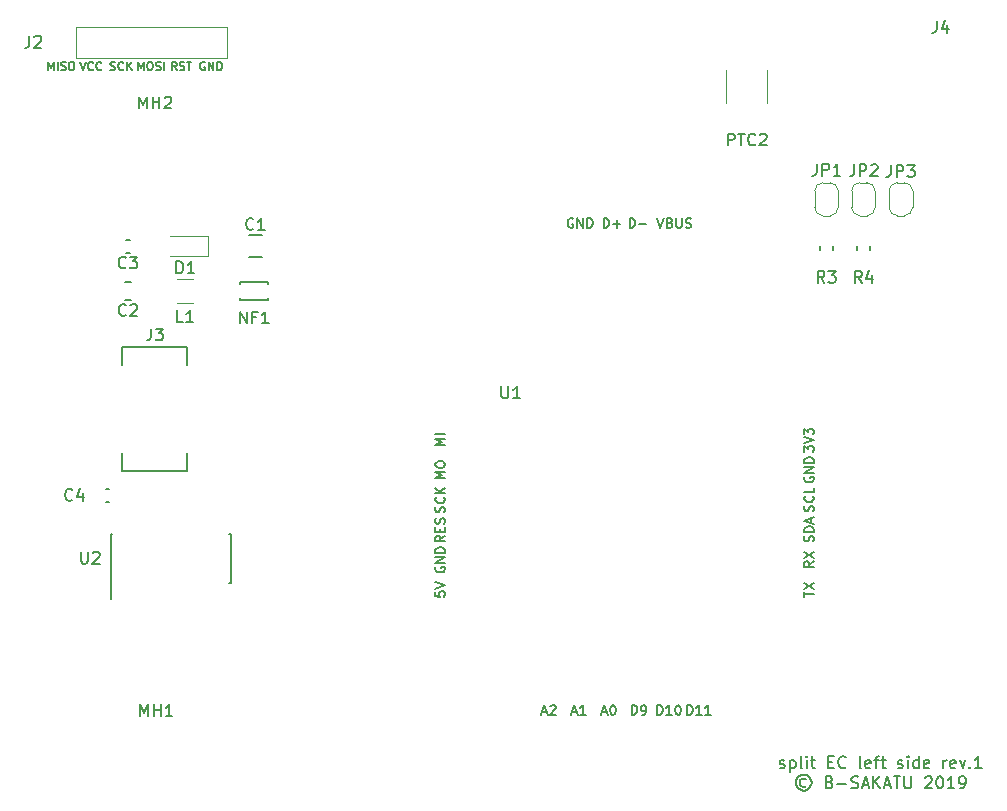
<source format=gto>
G04 #@! TF.GenerationSoftware,KiCad,Pcbnew,(5.1.0-0)*
G04 #@! TF.CreationDate,2019-05-12T16:12:14+09:00*
G04 #@! TF.ProjectId,split_EC_left,73706c69-745f-4454-935f-6c6566742e6b,rev?*
G04 #@! TF.SameCoordinates,Original*
G04 #@! TF.FileFunction,Legend,Top*
G04 #@! TF.FilePolarity,Positive*
%FSLAX46Y46*%
G04 Gerber Fmt 4.6, Leading zero omitted, Abs format (unit mm)*
G04 Created by KiCad (PCBNEW (5.1.0-0)) date 2019-05-12 16:12:14*
%MOMM*%
%LPD*%
G04 APERTURE LIST*
%ADD10C,0.200000*%
%ADD11C,0.150000*%
%ADD12C,0.120000*%
G04 APERTURE END LIST*
D10*
X135952380Y-105379761D02*
X136047619Y-105427380D01*
X136238095Y-105427380D01*
X136333333Y-105379761D01*
X136380952Y-105284523D01*
X136380952Y-105236904D01*
X136333333Y-105141666D01*
X136238095Y-105094047D01*
X136095238Y-105094047D01*
X136000000Y-105046428D01*
X135952380Y-104951190D01*
X135952380Y-104903571D01*
X136000000Y-104808333D01*
X136095238Y-104760714D01*
X136238095Y-104760714D01*
X136333333Y-104808333D01*
X136809523Y-104760714D02*
X136809523Y-105760714D01*
X136809523Y-104808333D02*
X136904761Y-104760714D01*
X137095238Y-104760714D01*
X137190476Y-104808333D01*
X137238095Y-104855952D01*
X137285714Y-104951190D01*
X137285714Y-105236904D01*
X137238095Y-105332142D01*
X137190476Y-105379761D01*
X137095238Y-105427380D01*
X136904761Y-105427380D01*
X136809523Y-105379761D01*
X137857142Y-105427380D02*
X137761904Y-105379761D01*
X137714285Y-105284523D01*
X137714285Y-104427380D01*
X138238095Y-105427380D02*
X138238095Y-104760714D01*
X138238095Y-104427380D02*
X138190476Y-104475000D01*
X138238095Y-104522619D01*
X138285714Y-104475000D01*
X138238095Y-104427380D01*
X138238095Y-104522619D01*
X138571428Y-104760714D02*
X138952380Y-104760714D01*
X138714285Y-104427380D02*
X138714285Y-105284523D01*
X138761904Y-105379761D01*
X138857142Y-105427380D01*
X138952380Y-105427380D01*
X140047619Y-104903571D02*
X140380952Y-104903571D01*
X140523809Y-105427380D02*
X140047619Y-105427380D01*
X140047619Y-104427380D01*
X140523809Y-104427380D01*
X141523809Y-105332142D02*
X141476190Y-105379761D01*
X141333333Y-105427380D01*
X141238095Y-105427380D01*
X141095238Y-105379761D01*
X141000000Y-105284523D01*
X140952380Y-105189285D01*
X140904761Y-104998809D01*
X140904761Y-104855952D01*
X140952380Y-104665476D01*
X141000000Y-104570238D01*
X141095238Y-104475000D01*
X141238095Y-104427380D01*
X141333333Y-104427380D01*
X141476190Y-104475000D01*
X141523809Y-104522619D01*
X142857142Y-105427380D02*
X142761904Y-105379761D01*
X142714285Y-105284523D01*
X142714285Y-104427380D01*
X143619047Y-105379761D02*
X143523809Y-105427380D01*
X143333333Y-105427380D01*
X143238095Y-105379761D01*
X143190476Y-105284523D01*
X143190476Y-104903571D01*
X143238095Y-104808333D01*
X143333333Y-104760714D01*
X143523809Y-104760714D01*
X143619047Y-104808333D01*
X143666666Y-104903571D01*
X143666666Y-104998809D01*
X143190476Y-105094047D01*
X143952380Y-104760714D02*
X144333333Y-104760714D01*
X144095238Y-105427380D02*
X144095238Y-104570238D01*
X144142857Y-104475000D01*
X144238095Y-104427380D01*
X144333333Y-104427380D01*
X144523809Y-104760714D02*
X144904761Y-104760714D01*
X144666666Y-104427380D02*
X144666666Y-105284523D01*
X144714285Y-105379761D01*
X144809523Y-105427380D01*
X144904761Y-105427380D01*
X145952380Y-105379761D02*
X146047619Y-105427380D01*
X146238095Y-105427380D01*
X146333333Y-105379761D01*
X146380952Y-105284523D01*
X146380952Y-105236904D01*
X146333333Y-105141666D01*
X146238095Y-105094047D01*
X146095238Y-105094047D01*
X146000000Y-105046428D01*
X145952380Y-104951190D01*
X145952380Y-104903571D01*
X146000000Y-104808333D01*
X146095238Y-104760714D01*
X146238095Y-104760714D01*
X146333333Y-104808333D01*
X146809523Y-105427380D02*
X146809523Y-104760714D01*
X146809523Y-104427380D02*
X146761904Y-104475000D01*
X146809523Y-104522619D01*
X146857142Y-104475000D01*
X146809523Y-104427380D01*
X146809523Y-104522619D01*
X147714285Y-105427380D02*
X147714285Y-104427380D01*
X147714285Y-105379761D02*
X147619047Y-105427380D01*
X147428571Y-105427380D01*
X147333333Y-105379761D01*
X147285714Y-105332142D01*
X147238095Y-105236904D01*
X147238095Y-104951190D01*
X147285714Y-104855952D01*
X147333333Y-104808333D01*
X147428571Y-104760714D01*
X147619047Y-104760714D01*
X147714285Y-104808333D01*
X148571428Y-105379761D02*
X148476190Y-105427380D01*
X148285714Y-105427380D01*
X148190476Y-105379761D01*
X148142857Y-105284523D01*
X148142857Y-104903571D01*
X148190476Y-104808333D01*
X148285714Y-104760714D01*
X148476190Y-104760714D01*
X148571428Y-104808333D01*
X148619047Y-104903571D01*
X148619047Y-104998809D01*
X148142857Y-105094047D01*
X149809523Y-105427380D02*
X149809523Y-104760714D01*
X149809523Y-104951190D02*
X149857142Y-104855952D01*
X149904761Y-104808333D01*
X150000000Y-104760714D01*
X150095238Y-104760714D01*
X150809523Y-105379761D02*
X150714285Y-105427380D01*
X150523809Y-105427380D01*
X150428571Y-105379761D01*
X150380952Y-105284523D01*
X150380952Y-104903571D01*
X150428571Y-104808333D01*
X150523809Y-104760714D01*
X150714285Y-104760714D01*
X150809523Y-104808333D01*
X150857142Y-104903571D01*
X150857142Y-104998809D01*
X150380952Y-105094047D01*
X151190476Y-104760714D02*
X151428571Y-105427380D01*
X151666666Y-104760714D01*
X152047619Y-105332142D02*
X152095238Y-105379761D01*
X152047619Y-105427380D01*
X152000000Y-105379761D01*
X152047619Y-105332142D01*
X152047619Y-105427380D01*
X153047619Y-105427380D02*
X152476190Y-105427380D01*
X152761904Y-105427380D02*
X152761904Y-104427380D01*
X152666666Y-104570238D01*
X152571428Y-104665476D01*
X152476190Y-104713095D01*
X138166666Y-106365476D02*
X138071428Y-106317857D01*
X137880952Y-106317857D01*
X137785714Y-106365476D01*
X137690476Y-106460714D01*
X137642857Y-106555952D01*
X137642857Y-106746428D01*
X137690476Y-106841666D01*
X137785714Y-106936904D01*
X137880952Y-106984523D01*
X138071428Y-106984523D01*
X138166666Y-106936904D01*
X137976190Y-105984523D02*
X137738095Y-106032142D01*
X137500000Y-106175000D01*
X137357142Y-106413095D01*
X137309523Y-106651190D01*
X137357142Y-106889285D01*
X137500000Y-107127380D01*
X137738095Y-107270238D01*
X137976190Y-107317857D01*
X138214285Y-107270238D01*
X138452380Y-107127380D01*
X138595238Y-106889285D01*
X138642857Y-106651190D01*
X138595238Y-106413095D01*
X138452380Y-106175000D01*
X138214285Y-106032142D01*
X137976190Y-105984523D01*
X140166666Y-106603571D02*
X140309523Y-106651190D01*
X140357142Y-106698809D01*
X140404761Y-106794047D01*
X140404761Y-106936904D01*
X140357142Y-107032142D01*
X140309523Y-107079761D01*
X140214285Y-107127380D01*
X139833333Y-107127380D01*
X139833333Y-106127380D01*
X140166666Y-106127380D01*
X140261904Y-106175000D01*
X140309523Y-106222619D01*
X140357142Y-106317857D01*
X140357142Y-106413095D01*
X140309523Y-106508333D01*
X140261904Y-106555952D01*
X140166666Y-106603571D01*
X139833333Y-106603571D01*
X140833333Y-106746428D02*
X141595238Y-106746428D01*
X142023809Y-107079761D02*
X142166666Y-107127380D01*
X142404761Y-107127380D01*
X142500000Y-107079761D01*
X142547619Y-107032142D01*
X142595238Y-106936904D01*
X142595238Y-106841666D01*
X142547619Y-106746428D01*
X142500000Y-106698809D01*
X142404761Y-106651190D01*
X142214285Y-106603571D01*
X142119047Y-106555952D01*
X142071428Y-106508333D01*
X142023809Y-106413095D01*
X142023809Y-106317857D01*
X142071428Y-106222619D01*
X142119047Y-106175000D01*
X142214285Y-106127380D01*
X142452380Y-106127380D01*
X142595238Y-106175000D01*
X142976190Y-106841666D02*
X143452380Y-106841666D01*
X142880952Y-107127380D02*
X143214285Y-106127380D01*
X143547619Y-107127380D01*
X143880952Y-107127380D02*
X143880952Y-106127380D01*
X144452380Y-107127380D02*
X144023809Y-106555952D01*
X144452380Y-106127380D02*
X143880952Y-106698809D01*
X144833333Y-106841666D02*
X145309523Y-106841666D01*
X144738095Y-107127380D02*
X145071428Y-106127380D01*
X145404761Y-107127380D01*
X145595238Y-106127380D02*
X146166666Y-106127380D01*
X145880952Y-107127380D02*
X145880952Y-106127380D01*
X146500000Y-106127380D02*
X146500000Y-106936904D01*
X146547619Y-107032142D01*
X146595238Y-107079761D01*
X146690476Y-107127380D01*
X146880952Y-107127380D01*
X146976190Y-107079761D01*
X147023809Y-107032142D01*
X147071428Y-106936904D01*
X147071428Y-106127380D01*
X148261904Y-106222619D02*
X148309523Y-106175000D01*
X148404761Y-106127380D01*
X148642857Y-106127380D01*
X148738095Y-106175000D01*
X148785714Y-106222619D01*
X148833333Y-106317857D01*
X148833333Y-106413095D01*
X148785714Y-106555952D01*
X148214285Y-107127380D01*
X148833333Y-107127380D01*
X149452380Y-106127380D02*
X149547619Y-106127380D01*
X149642857Y-106175000D01*
X149690476Y-106222619D01*
X149738095Y-106317857D01*
X149785714Y-106508333D01*
X149785714Y-106746428D01*
X149738095Y-106936904D01*
X149690476Y-107032142D01*
X149642857Y-107079761D01*
X149547619Y-107127380D01*
X149452380Y-107127380D01*
X149357142Y-107079761D01*
X149309523Y-107032142D01*
X149261904Y-106936904D01*
X149214285Y-106746428D01*
X149214285Y-106508333D01*
X149261904Y-106317857D01*
X149309523Y-106222619D01*
X149357142Y-106175000D01*
X149452380Y-106127380D01*
X150738095Y-107127380D02*
X150166666Y-107127380D01*
X150452380Y-107127380D02*
X150452380Y-106127380D01*
X150357142Y-106270238D01*
X150261904Y-106365476D01*
X150166666Y-106413095D01*
X151214285Y-107127380D02*
X151404761Y-107127380D01*
X151500000Y-107079761D01*
X151547619Y-107032142D01*
X151642857Y-106889285D01*
X151690476Y-106698809D01*
X151690476Y-106317857D01*
X151642857Y-106222619D01*
X151595238Y-106175000D01*
X151500000Y-106127380D01*
X151309523Y-106127380D01*
X151214285Y-106175000D01*
X151166666Y-106222619D01*
X151119047Y-106317857D01*
X151119047Y-106555952D01*
X151166666Y-106651190D01*
X151214285Y-106698809D01*
X151309523Y-106746428D01*
X151500000Y-106746428D01*
X151595238Y-106698809D01*
X151642857Y-106651190D01*
X151690476Y-106555952D01*
D11*
X90250000Y-64225000D02*
X90250000Y-64425000D01*
X92650000Y-64225000D02*
X90250000Y-64225000D01*
X92650000Y-64425000D02*
X92650000Y-64225000D01*
X90250000Y-65825000D02*
X90250000Y-65625000D01*
X92650000Y-65825000D02*
X90250000Y-65825000D01*
X92650000Y-65625000D02*
X92650000Y-65825000D01*
X91000000Y-62175000D02*
X92100000Y-62175000D01*
X91000000Y-60275000D02*
X92100000Y-60275000D01*
X81011252Y-64275000D02*
X80488748Y-64275000D01*
X81011252Y-65775000D02*
X80488748Y-65775000D01*
X80900000Y-61775000D02*
X80600000Y-61775000D01*
X80900000Y-60675000D02*
X80600000Y-60675000D01*
X79175000Y-81775000D02*
X78875000Y-81775000D01*
X79175000Y-82875000D02*
X78875000Y-82875000D01*
D12*
X87500000Y-62075000D02*
X84350000Y-62075000D01*
X87500000Y-60375000D02*
X84350000Y-60375000D01*
X87500000Y-62075000D02*
X87500000Y-60375000D01*
D11*
X80300000Y-80250000D02*
X85800000Y-80250000D01*
X80300000Y-69750000D02*
X85775000Y-69750000D01*
X80300000Y-69750000D02*
X80300000Y-71250000D01*
X85800000Y-69750000D02*
X85800000Y-71250000D01*
X85800000Y-80250000D02*
X85800000Y-78750000D01*
X80300000Y-80250000D02*
X80300000Y-78750000D01*
D12*
X138900000Y-56550000D02*
G75*
G02X139600000Y-55850000I700000J0D01*
G01*
X140200000Y-55850000D02*
G75*
G02X140900000Y-56550000I0J-700000D01*
G01*
X140900000Y-57950000D02*
G75*
G02X140200000Y-58650000I-700000J0D01*
G01*
X139600000Y-58650000D02*
G75*
G02X138900000Y-57950000I0J700000D01*
G01*
X140200000Y-58650000D02*
X139600000Y-58650000D01*
X140900000Y-56550000D02*
X140900000Y-57950000D01*
X139600000Y-55850000D02*
X140200000Y-55850000D01*
X138900000Y-57950000D02*
X138900000Y-56550000D01*
X142025000Y-57950000D02*
X142025000Y-56550000D01*
X142725000Y-55850000D02*
X143325000Y-55850000D01*
X144025000Y-56550000D02*
X144025000Y-57950000D01*
X143325000Y-58650000D02*
X142725000Y-58650000D01*
X142725000Y-58650000D02*
G75*
G02X142025000Y-57950000I0J700000D01*
G01*
X144025000Y-57950000D02*
G75*
G02X143325000Y-58650000I-700000J0D01*
G01*
X143325000Y-55850000D02*
G75*
G02X144025000Y-56550000I0J-700000D01*
G01*
X142025000Y-56550000D02*
G75*
G02X142725000Y-55850000I700000J0D01*
G01*
X145200000Y-56550000D02*
G75*
G02X145900000Y-55850000I700000J0D01*
G01*
X146500000Y-55850000D02*
G75*
G02X147200000Y-56550000I0J-700000D01*
G01*
X147200000Y-57950000D02*
G75*
G02X146500000Y-58650000I-700000J0D01*
G01*
X145900000Y-58650000D02*
G75*
G02X145200000Y-57950000I0J700000D01*
G01*
X146500000Y-58650000D02*
X145900000Y-58650000D01*
X147200000Y-56550000D02*
X147200000Y-57950000D01*
X145900000Y-55850000D02*
X146500000Y-55850000D01*
X145200000Y-57950000D02*
X145200000Y-56550000D01*
X86250000Y-66075000D02*
X84950000Y-66075000D01*
X86250000Y-63975000D02*
X84950000Y-63975000D01*
X131440000Y-49086252D02*
X131440000Y-46313748D01*
X134860000Y-49086252D02*
X134860000Y-46313748D01*
D11*
X140450000Y-61571267D02*
X140450000Y-61228733D01*
X139350000Y-61571267D02*
X139350000Y-61228733D01*
X142475000Y-61571267D02*
X142475000Y-61228733D01*
X143575000Y-61571267D02*
X143575000Y-61228733D01*
X79300000Y-89725000D02*
X79325000Y-89725000D01*
X79300000Y-85575000D02*
X79405000Y-85575000D01*
X89450000Y-85575000D02*
X89345000Y-85575000D01*
X89450000Y-89725000D02*
X89345000Y-89725000D01*
X79300000Y-89725000D02*
X79300000Y-85575000D01*
X89450000Y-89725000D02*
X89450000Y-85575000D01*
X79325000Y-89725000D02*
X79325000Y-91100000D01*
D12*
X76370000Y-45305000D02*
X76370000Y-42645000D01*
X89130000Y-45305000D02*
X76370000Y-45305000D01*
X89130000Y-42645000D02*
X89130000Y-45305000D01*
X76370000Y-42645000D02*
X89130000Y-42645000D01*
D11*
X90259523Y-67777380D02*
X90259523Y-66777380D01*
X90830952Y-67777380D01*
X90830952Y-66777380D01*
X91640476Y-67253571D02*
X91307142Y-67253571D01*
X91307142Y-67777380D02*
X91307142Y-66777380D01*
X91783333Y-66777380D01*
X92688095Y-67777380D02*
X92116666Y-67777380D01*
X92402380Y-67777380D02*
X92402380Y-66777380D01*
X92307142Y-66920238D01*
X92211904Y-67015476D01*
X92116666Y-67063095D01*
X149241666Y-42152380D02*
X149241666Y-42866666D01*
X149194047Y-43009523D01*
X149098809Y-43104761D01*
X148955952Y-43152380D01*
X148860714Y-43152380D01*
X150146428Y-42485714D02*
X150146428Y-43152380D01*
X149908333Y-42104761D02*
X149670238Y-42819047D01*
X150289285Y-42819047D01*
X91383333Y-59762142D02*
X91335714Y-59809761D01*
X91192857Y-59857380D01*
X91097619Y-59857380D01*
X90954761Y-59809761D01*
X90859523Y-59714523D01*
X90811904Y-59619285D01*
X90764285Y-59428809D01*
X90764285Y-59285952D01*
X90811904Y-59095476D01*
X90859523Y-59000238D01*
X90954761Y-58905000D01*
X91097619Y-58857380D01*
X91192857Y-58857380D01*
X91335714Y-58905000D01*
X91383333Y-58952619D01*
X92335714Y-59857380D02*
X91764285Y-59857380D01*
X92050000Y-59857380D02*
X92050000Y-58857380D01*
X91954761Y-59000238D01*
X91859523Y-59095476D01*
X91764285Y-59143095D01*
X80583333Y-67032142D02*
X80535714Y-67079761D01*
X80392857Y-67127380D01*
X80297619Y-67127380D01*
X80154761Y-67079761D01*
X80059523Y-66984523D01*
X80011904Y-66889285D01*
X79964285Y-66698809D01*
X79964285Y-66555952D01*
X80011904Y-66365476D01*
X80059523Y-66270238D01*
X80154761Y-66175000D01*
X80297619Y-66127380D01*
X80392857Y-66127380D01*
X80535714Y-66175000D01*
X80583333Y-66222619D01*
X80964285Y-66222619D02*
X81011904Y-66175000D01*
X81107142Y-66127380D01*
X81345238Y-66127380D01*
X81440476Y-66175000D01*
X81488095Y-66222619D01*
X81535714Y-66317857D01*
X81535714Y-66413095D01*
X81488095Y-66555952D01*
X80916666Y-67127380D01*
X81535714Y-67127380D01*
X80583333Y-63012142D02*
X80535714Y-63059761D01*
X80392857Y-63107380D01*
X80297619Y-63107380D01*
X80154761Y-63059761D01*
X80059523Y-62964523D01*
X80011904Y-62869285D01*
X79964285Y-62678809D01*
X79964285Y-62535952D01*
X80011904Y-62345476D01*
X80059523Y-62250238D01*
X80154761Y-62155000D01*
X80297619Y-62107380D01*
X80392857Y-62107380D01*
X80535714Y-62155000D01*
X80583333Y-62202619D01*
X80916666Y-62107380D02*
X81535714Y-62107380D01*
X81202380Y-62488333D01*
X81345238Y-62488333D01*
X81440476Y-62535952D01*
X81488095Y-62583571D01*
X81535714Y-62678809D01*
X81535714Y-62916904D01*
X81488095Y-63012142D01*
X81440476Y-63059761D01*
X81345238Y-63107380D01*
X81059523Y-63107380D01*
X80964285Y-63059761D01*
X80916666Y-63012142D01*
X76058333Y-82682142D02*
X76010714Y-82729761D01*
X75867857Y-82777380D01*
X75772619Y-82777380D01*
X75629761Y-82729761D01*
X75534523Y-82634523D01*
X75486904Y-82539285D01*
X75439285Y-82348809D01*
X75439285Y-82205952D01*
X75486904Y-82015476D01*
X75534523Y-81920238D01*
X75629761Y-81825000D01*
X75772619Y-81777380D01*
X75867857Y-81777380D01*
X76010714Y-81825000D01*
X76058333Y-81872619D01*
X76915476Y-82110714D02*
X76915476Y-82777380D01*
X76677380Y-81729761D02*
X76439285Y-82444047D01*
X77058333Y-82444047D01*
X84861904Y-63527380D02*
X84861904Y-62527380D01*
X85100000Y-62527380D01*
X85242857Y-62575000D01*
X85338095Y-62670238D01*
X85385714Y-62765476D01*
X85433333Y-62955952D01*
X85433333Y-63098809D01*
X85385714Y-63289285D01*
X85338095Y-63384523D01*
X85242857Y-63479761D01*
X85100000Y-63527380D01*
X84861904Y-63527380D01*
X86385714Y-63527380D02*
X85814285Y-63527380D01*
X86100000Y-63527380D02*
X86100000Y-62527380D01*
X86004761Y-62670238D01*
X85909523Y-62765476D01*
X85814285Y-62813095D01*
X82716666Y-68202380D02*
X82716666Y-68916666D01*
X82669047Y-69059523D01*
X82573809Y-69154761D01*
X82430952Y-69202380D01*
X82335714Y-69202380D01*
X83097619Y-68202380D02*
X83716666Y-68202380D01*
X83383333Y-68583333D01*
X83526190Y-68583333D01*
X83621428Y-68630952D01*
X83669047Y-68678571D01*
X83716666Y-68773809D01*
X83716666Y-69011904D01*
X83669047Y-69107142D01*
X83621428Y-69154761D01*
X83526190Y-69202380D01*
X83240476Y-69202380D01*
X83145238Y-69154761D01*
X83097619Y-69107142D01*
X139091666Y-54252380D02*
X139091666Y-54966666D01*
X139044047Y-55109523D01*
X138948809Y-55204761D01*
X138805952Y-55252380D01*
X138710714Y-55252380D01*
X139567857Y-55252380D02*
X139567857Y-54252380D01*
X139948809Y-54252380D01*
X140044047Y-54300000D01*
X140091666Y-54347619D01*
X140139285Y-54442857D01*
X140139285Y-54585714D01*
X140091666Y-54680952D01*
X140044047Y-54728571D01*
X139948809Y-54776190D01*
X139567857Y-54776190D01*
X141091666Y-55252380D02*
X140520238Y-55252380D01*
X140805952Y-55252380D02*
X140805952Y-54252380D01*
X140710714Y-54395238D01*
X140615476Y-54490476D01*
X140520238Y-54538095D01*
X142241666Y-54302380D02*
X142241666Y-55016666D01*
X142194047Y-55159523D01*
X142098809Y-55254761D01*
X141955952Y-55302380D01*
X141860714Y-55302380D01*
X142717857Y-55302380D02*
X142717857Y-54302380D01*
X143098809Y-54302380D01*
X143194047Y-54350000D01*
X143241666Y-54397619D01*
X143289285Y-54492857D01*
X143289285Y-54635714D01*
X143241666Y-54730952D01*
X143194047Y-54778571D01*
X143098809Y-54826190D01*
X142717857Y-54826190D01*
X143670238Y-54397619D02*
X143717857Y-54350000D01*
X143813095Y-54302380D01*
X144051190Y-54302380D01*
X144146428Y-54350000D01*
X144194047Y-54397619D01*
X144241666Y-54492857D01*
X144241666Y-54588095D01*
X144194047Y-54730952D01*
X143622619Y-55302380D01*
X144241666Y-55302380D01*
X145366666Y-54377380D02*
X145366666Y-55091666D01*
X145319047Y-55234523D01*
X145223809Y-55329761D01*
X145080952Y-55377380D01*
X144985714Y-55377380D01*
X145842857Y-55377380D02*
X145842857Y-54377380D01*
X146223809Y-54377380D01*
X146319047Y-54425000D01*
X146366666Y-54472619D01*
X146414285Y-54567857D01*
X146414285Y-54710714D01*
X146366666Y-54805952D01*
X146319047Y-54853571D01*
X146223809Y-54901190D01*
X145842857Y-54901190D01*
X146747619Y-54377380D02*
X147366666Y-54377380D01*
X147033333Y-54758333D01*
X147176190Y-54758333D01*
X147271428Y-54805952D01*
X147319047Y-54853571D01*
X147366666Y-54948809D01*
X147366666Y-55186904D01*
X147319047Y-55282142D01*
X147271428Y-55329761D01*
X147176190Y-55377380D01*
X146890476Y-55377380D01*
X146795238Y-55329761D01*
X146747619Y-55282142D01*
X85433333Y-67677380D02*
X84957142Y-67677380D01*
X84957142Y-66677380D01*
X86290476Y-67677380D02*
X85719047Y-67677380D01*
X86004761Y-67677380D02*
X86004761Y-66677380D01*
X85909523Y-66820238D01*
X85814285Y-66915476D01*
X85719047Y-66963095D01*
X81816666Y-101027380D02*
X81816666Y-100027380D01*
X82150000Y-100741666D01*
X82483333Y-100027380D01*
X82483333Y-101027380D01*
X82959523Y-101027380D02*
X82959523Y-100027380D01*
X82959523Y-100503571D02*
X83530952Y-100503571D01*
X83530952Y-101027380D02*
X83530952Y-100027380D01*
X84530952Y-101027380D02*
X83959523Y-101027380D01*
X84245238Y-101027380D02*
X84245238Y-100027380D01*
X84150000Y-100170238D01*
X84054761Y-100265476D01*
X83959523Y-100313095D01*
X81716666Y-49562380D02*
X81716666Y-48562380D01*
X82050000Y-49276666D01*
X82383333Y-48562380D01*
X82383333Y-49562380D01*
X82859523Y-49562380D02*
X82859523Y-48562380D01*
X82859523Y-49038571D02*
X83430952Y-49038571D01*
X83430952Y-49562380D02*
X83430952Y-48562380D01*
X83859523Y-48657619D02*
X83907142Y-48610000D01*
X84002380Y-48562380D01*
X84240476Y-48562380D01*
X84335714Y-48610000D01*
X84383333Y-48657619D01*
X84430952Y-48752857D01*
X84430952Y-48848095D01*
X84383333Y-48990952D01*
X83811904Y-49562380D01*
X84430952Y-49562380D01*
X131555952Y-52702380D02*
X131555952Y-51702380D01*
X131936904Y-51702380D01*
X132032142Y-51750000D01*
X132079761Y-51797619D01*
X132127380Y-51892857D01*
X132127380Y-52035714D01*
X132079761Y-52130952D01*
X132032142Y-52178571D01*
X131936904Y-52226190D01*
X131555952Y-52226190D01*
X132413095Y-51702380D02*
X132984523Y-51702380D01*
X132698809Y-52702380D02*
X132698809Y-51702380D01*
X133889285Y-52607142D02*
X133841666Y-52654761D01*
X133698809Y-52702380D01*
X133603571Y-52702380D01*
X133460714Y-52654761D01*
X133365476Y-52559523D01*
X133317857Y-52464285D01*
X133270238Y-52273809D01*
X133270238Y-52130952D01*
X133317857Y-51940476D01*
X133365476Y-51845238D01*
X133460714Y-51750000D01*
X133603571Y-51702380D01*
X133698809Y-51702380D01*
X133841666Y-51750000D01*
X133889285Y-51797619D01*
X134270238Y-51797619D02*
X134317857Y-51750000D01*
X134413095Y-51702380D01*
X134651190Y-51702380D01*
X134746428Y-51750000D01*
X134794047Y-51797619D01*
X134841666Y-51892857D01*
X134841666Y-51988095D01*
X134794047Y-52130952D01*
X134222619Y-52702380D01*
X134841666Y-52702380D01*
X139733333Y-64327380D02*
X139400000Y-63851190D01*
X139161904Y-64327380D02*
X139161904Y-63327380D01*
X139542857Y-63327380D01*
X139638095Y-63375000D01*
X139685714Y-63422619D01*
X139733333Y-63517857D01*
X139733333Y-63660714D01*
X139685714Y-63755952D01*
X139638095Y-63803571D01*
X139542857Y-63851190D01*
X139161904Y-63851190D01*
X140066666Y-63327380D02*
X140685714Y-63327380D01*
X140352380Y-63708333D01*
X140495238Y-63708333D01*
X140590476Y-63755952D01*
X140638095Y-63803571D01*
X140685714Y-63898809D01*
X140685714Y-64136904D01*
X140638095Y-64232142D01*
X140590476Y-64279761D01*
X140495238Y-64327380D01*
X140209523Y-64327380D01*
X140114285Y-64279761D01*
X140066666Y-64232142D01*
X142883333Y-64327380D02*
X142550000Y-63851190D01*
X142311904Y-64327380D02*
X142311904Y-63327380D01*
X142692857Y-63327380D01*
X142788095Y-63375000D01*
X142835714Y-63422619D01*
X142883333Y-63517857D01*
X142883333Y-63660714D01*
X142835714Y-63755952D01*
X142788095Y-63803571D01*
X142692857Y-63851190D01*
X142311904Y-63851190D01*
X143740476Y-63660714D02*
X143740476Y-64327380D01*
X143502380Y-63279761D02*
X143264285Y-63994047D01*
X143883333Y-63994047D01*
X76788095Y-87102380D02*
X76788095Y-87911904D01*
X76835714Y-88007142D01*
X76883333Y-88054761D01*
X76978571Y-88102380D01*
X77169047Y-88102380D01*
X77264285Y-88054761D01*
X77311904Y-88007142D01*
X77359523Y-87911904D01*
X77359523Y-87102380D01*
X77788095Y-87197619D02*
X77835714Y-87150000D01*
X77930952Y-87102380D01*
X78169047Y-87102380D01*
X78264285Y-87150000D01*
X78311904Y-87197619D01*
X78359523Y-87292857D01*
X78359523Y-87388095D01*
X78311904Y-87530952D01*
X77740476Y-88102380D01*
X78359523Y-88102380D01*
X76706666Y-45623666D02*
X76940000Y-46323666D01*
X77173333Y-45623666D01*
X77806666Y-46257000D02*
X77773333Y-46290333D01*
X77673333Y-46323666D01*
X77606666Y-46323666D01*
X77506666Y-46290333D01*
X77440000Y-46223666D01*
X77406666Y-46157000D01*
X77373333Y-46023666D01*
X77373333Y-45923666D01*
X77406666Y-45790333D01*
X77440000Y-45723666D01*
X77506666Y-45657000D01*
X77606666Y-45623666D01*
X77673333Y-45623666D01*
X77773333Y-45657000D01*
X77806666Y-45690333D01*
X78506666Y-46257000D02*
X78473333Y-46290333D01*
X78373333Y-46323666D01*
X78306666Y-46323666D01*
X78206666Y-46290333D01*
X78140000Y-46223666D01*
X78106666Y-46157000D01*
X78073333Y-46023666D01*
X78073333Y-45923666D01*
X78106666Y-45790333D01*
X78140000Y-45723666D01*
X78206666Y-45657000D01*
X78306666Y-45623666D01*
X78373333Y-45623666D01*
X78473333Y-45657000D01*
X78506666Y-45690333D01*
X87266666Y-45657000D02*
X87200000Y-45623666D01*
X87100000Y-45623666D01*
X87000000Y-45657000D01*
X86933333Y-45723666D01*
X86900000Y-45790333D01*
X86866666Y-45923666D01*
X86866666Y-46023666D01*
X86900000Y-46157000D01*
X86933333Y-46223666D01*
X87000000Y-46290333D01*
X87100000Y-46323666D01*
X87166666Y-46323666D01*
X87266666Y-46290333D01*
X87300000Y-46257000D01*
X87300000Y-46023666D01*
X87166666Y-46023666D01*
X87600000Y-46323666D02*
X87600000Y-45623666D01*
X88000000Y-46323666D01*
X88000000Y-45623666D01*
X88333333Y-46323666D02*
X88333333Y-45623666D01*
X88500000Y-45623666D01*
X88600000Y-45657000D01*
X88666666Y-45723666D01*
X88700000Y-45790333D01*
X88733333Y-45923666D01*
X88733333Y-46023666D01*
X88700000Y-46157000D01*
X88666666Y-46223666D01*
X88600000Y-46290333D01*
X88500000Y-46323666D01*
X88333333Y-46323666D01*
X84876666Y-46323666D02*
X84643333Y-45990333D01*
X84476666Y-46323666D02*
X84476666Y-45623666D01*
X84743333Y-45623666D01*
X84810000Y-45657000D01*
X84843333Y-45690333D01*
X84876666Y-45757000D01*
X84876666Y-45857000D01*
X84843333Y-45923666D01*
X84810000Y-45957000D01*
X84743333Y-45990333D01*
X84476666Y-45990333D01*
X85143333Y-46290333D02*
X85243333Y-46323666D01*
X85410000Y-46323666D01*
X85476666Y-46290333D01*
X85510000Y-46257000D01*
X85543333Y-46190333D01*
X85543333Y-46123666D01*
X85510000Y-46057000D01*
X85476666Y-46023666D01*
X85410000Y-45990333D01*
X85276666Y-45957000D01*
X85210000Y-45923666D01*
X85176666Y-45890333D01*
X85143333Y-45823666D01*
X85143333Y-45757000D01*
X85176666Y-45690333D01*
X85210000Y-45657000D01*
X85276666Y-45623666D01*
X85443333Y-45623666D01*
X85543333Y-45657000D01*
X85743333Y-45623666D02*
X86143333Y-45623666D01*
X85943333Y-46323666D02*
X85943333Y-45623666D01*
X74000000Y-46323666D02*
X74000000Y-45623666D01*
X74233333Y-46123666D01*
X74466666Y-45623666D01*
X74466666Y-46323666D01*
X74800000Y-46323666D02*
X74800000Y-45623666D01*
X75100000Y-46290333D02*
X75200000Y-46323666D01*
X75366666Y-46323666D01*
X75433333Y-46290333D01*
X75466666Y-46257000D01*
X75500000Y-46190333D01*
X75500000Y-46123666D01*
X75466666Y-46057000D01*
X75433333Y-46023666D01*
X75366666Y-45990333D01*
X75233333Y-45957000D01*
X75166666Y-45923666D01*
X75133333Y-45890333D01*
X75100000Y-45823666D01*
X75100000Y-45757000D01*
X75133333Y-45690333D01*
X75166666Y-45657000D01*
X75233333Y-45623666D01*
X75400000Y-45623666D01*
X75500000Y-45657000D01*
X75933333Y-45623666D02*
X76066666Y-45623666D01*
X76133333Y-45657000D01*
X76200000Y-45723666D01*
X76233333Y-45857000D01*
X76233333Y-46090333D01*
X76200000Y-46223666D01*
X76133333Y-46290333D01*
X76066666Y-46323666D01*
X75933333Y-46323666D01*
X75866666Y-46290333D01*
X75800000Y-46223666D01*
X75766666Y-46090333D01*
X75766666Y-45857000D01*
X75800000Y-45723666D01*
X75866666Y-45657000D01*
X75933333Y-45623666D01*
X79280000Y-46290333D02*
X79380000Y-46323666D01*
X79546666Y-46323666D01*
X79613333Y-46290333D01*
X79646666Y-46257000D01*
X79680000Y-46190333D01*
X79680000Y-46123666D01*
X79646666Y-46057000D01*
X79613333Y-46023666D01*
X79546666Y-45990333D01*
X79413333Y-45957000D01*
X79346666Y-45923666D01*
X79313333Y-45890333D01*
X79280000Y-45823666D01*
X79280000Y-45757000D01*
X79313333Y-45690333D01*
X79346666Y-45657000D01*
X79413333Y-45623666D01*
X79580000Y-45623666D01*
X79680000Y-45657000D01*
X80380000Y-46257000D02*
X80346666Y-46290333D01*
X80246666Y-46323666D01*
X80180000Y-46323666D01*
X80080000Y-46290333D01*
X80013333Y-46223666D01*
X79980000Y-46157000D01*
X79946666Y-46023666D01*
X79946666Y-45923666D01*
X79980000Y-45790333D01*
X80013333Y-45723666D01*
X80080000Y-45657000D01*
X80180000Y-45623666D01*
X80246666Y-45623666D01*
X80346666Y-45657000D01*
X80380000Y-45690333D01*
X80680000Y-46323666D02*
X80680000Y-45623666D01*
X81080000Y-46323666D02*
X80780000Y-45923666D01*
X81080000Y-45623666D02*
X80680000Y-46023666D01*
X81620000Y-46323666D02*
X81620000Y-45623666D01*
X81853333Y-46123666D01*
X82086666Y-45623666D01*
X82086666Y-46323666D01*
X82553333Y-45623666D02*
X82686666Y-45623666D01*
X82753333Y-45657000D01*
X82820000Y-45723666D01*
X82853333Y-45857000D01*
X82853333Y-46090333D01*
X82820000Y-46223666D01*
X82753333Y-46290333D01*
X82686666Y-46323666D01*
X82553333Y-46323666D01*
X82486666Y-46290333D01*
X82420000Y-46223666D01*
X82386666Y-46090333D01*
X82386666Y-45857000D01*
X82420000Y-45723666D01*
X82486666Y-45657000D01*
X82553333Y-45623666D01*
X83120000Y-46290333D02*
X83220000Y-46323666D01*
X83386666Y-46323666D01*
X83453333Y-46290333D01*
X83486666Y-46257000D01*
X83520000Y-46190333D01*
X83520000Y-46123666D01*
X83486666Y-46057000D01*
X83453333Y-46023666D01*
X83386666Y-45990333D01*
X83253333Y-45957000D01*
X83186666Y-45923666D01*
X83153333Y-45890333D01*
X83120000Y-45823666D01*
X83120000Y-45757000D01*
X83153333Y-45690333D01*
X83186666Y-45657000D01*
X83253333Y-45623666D01*
X83420000Y-45623666D01*
X83520000Y-45657000D01*
X83820000Y-46323666D02*
X83820000Y-45623666D01*
X72416666Y-43427380D02*
X72416666Y-44141666D01*
X72369047Y-44284523D01*
X72273809Y-44379761D01*
X72130952Y-44427380D01*
X72035714Y-44427380D01*
X72845238Y-43522619D02*
X72892857Y-43475000D01*
X72988095Y-43427380D01*
X73226190Y-43427380D01*
X73321428Y-43475000D01*
X73369047Y-43522619D01*
X73416666Y-43617857D01*
X73416666Y-43713095D01*
X73369047Y-43855952D01*
X72797619Y-44427380D01*
X73416666Y-44427380D01*
X112388095Y-73102380D02*
X112388095Y-73911904D01*
X112435714Y-74007142D01*
X112483333Y-74054761D01*
X112578571Y-74102380D01*
X112769047Y-74102380D01*
X112864285Y-74054761D01*
X112911904Y-74007142D01*
X112959523Y-73911904D01*
X112959523Y-73102380D01*
X113959523Y-74102380D02*
X113388095Y-74102380D01*
X113673809Y-74102380D02*
X113673809Y-73102380D01*
X113578571Y-73245238D01*
X113483333Y-73340476D01*
X113388095Y-73388095D01*
X138028904Y-78620476D02*
X138028904Y-78125238D01*
X138333666Y-78391904D01*
X138333666Y-78277619D01*
X138371761Y-78201428D01*
X138409857Y-78163333D01*
X138486047Y-78125238D01*
X138676523Y-78125238D01*
X138752714Y-78163333D01*
X138790809Y-78201428D01*
X138828904Y-78277619D01*
X138828904Y-78506190D01*
X138790809Y-78582380D01*
X138752714Y-78620476D01*
X138028904Y-77896666D02*
X138828904Y-77630000D01*
X138028904Y-77363333D01*
X138028904Y-77172857D02*
X138028904Y-76677619D01*
X138333666Y-76944285D01*
X138333666Y-76830000D01*
X138371761Y-76753809D01*
X138409857Y-76715714D01*
X138486047Y-76677619D01*
X138676523Y-76677619D01*
X138752714Y-76715714D01*
X138790809Y-76753809D01*
X138828904Y-76830000D01*
X138828904Y-77058571D01*
X138790809Y-77134761D01*
X138752714Y-77172857D01*
X138067000Y-80779523D02*
X138028904Y-80855714D01*
X138028904Y-80970000D01*
X138067000Y-81084285D01*
X138143190Y-81160476D01*
X138219380Y-81198571D01*
X138371761Y-81236666D01*
X138486047Y-81236666D01*
X138638428Y-81198571D01*
X138714619Y-81160476D01*
X138790809Y-81084285D01*
X138828904Y-80970000D01*
X138828904Y-80893809D01*
X138790809Y-80779523D01*
X138752714Y-80741428D01*
X138486047Y-80741428D01*
X138486047Y-80893809D01*
X138828904Y-80398571D02*
X138028904Y-80398571D01*
X138828904Y-79941428D01*
X138028904Y-79941428D01*
X138828904Y-79560476D02*
X138028904Y-79560476D01*
X138028904Y-79370000D01*
X138067000Y-79255714D01*
X138143190Y-79179523D01*
X138219380Y-79141428D01*
X138371761Y-79103333D01*
X138486047Y-79103333D01*
X138638428Y-79141428D01*
X138714619Y-79179523D01*
X138790809Y-79255714D01*
X138828904Y-79370000D01*
X138828904Y-79560476D01*
X121045238Y-59661904D02*
X121045238Y-58861904D01*
X121235714Y-58861904D01*
X121350000Y-58900000D01*
X121426190Y-58976190D01*
X121464285Y-59052380D01*
X121502380Y-59204761D01*
X121502380Y-59319047D01*
X121464285Y-59471428D01*
X121426190Y-59547619D01*
X121350000Y-59623809D01*
X121235714Y-59661904D01*
X121045238Y-59661904D01*
X121845238Y-59357142D02*
X122454761Y-59357142D01*
X122150000Y-59661904D02*
X122150000Y-59052380D01*
X123245238Y-59661904D02*
X123245238Y-58861904D01*
X123435714Y-58861904D01*
X123550000Y-58900000D01*
X123626190Y-58976190D01*
X123664285Y-59052380D01*
X123702380Y-59204761D01*
X123702380Y-59319047D01*
X123664285Y-59471428D01*
X123626190Y-59547619D01*
X123550000Y-59623809D01*
X123435714Y-59661904D01*
X123245238Y-59661904D01*
X124045238Y-59357142D02*
X124654761Y-59357142D01*
X125583333Y-58861904D02*
X125850000Y-59661904D01*
X126116666Y-58861904D01*
X126650000Y-59242857D02*
X126764285Y-59280952D01*
X126802380Y-59319047D01*
X126840476Y-59395238D01*
X126840476Y-59509523D01*
X126802380Y-59585714D01*
X126764285Y-59623809D01*
X126688095Y-59661904D01*
X126383333Y-59661904D01*
X126383333Y-58861904D01*
X126650000Y-58861904D01*
X126726190Y-58900000D01*
X126764285Y-58938095D01*
X126802380Y-59014285D01*
X126802380Y-59090476D01*
X126764285Y-59166666D01*
X126726190Y-59204761D01*
X126650000Y-59242857D01*
X126383333Y-59242857D01*
X127183333Y-58861904D02*
X127183333Y-59509523D01*
X127221428Y-59585714D01*
X127259523Y-59623809D01*
X127335714Y-59661904D01*
X127488095Y-59661904D01*
X127564285Y-59623809D01*
X127602380Y-59585714D01*
X127640476Y-59509523D01*
X127640476Y-58861904D01*
X127983333Y-59623809D02*
X128097619Y-59661904D01*
X128288095Y-59661904D01*
X128364285Y-59623809D01*
X128402380Y-59585714D01*
X128440476Y-59509523D01*
X128440476Y-59433333D01*
X128402380Y-59357142D01*
X128364285Y-59319047D01*
X128288095Y-59280952D01*
X128135714Y-59242857D01*
X128059523Y-59204761D01*
X128021428Y-59166666D01*
X127983333Y-59090476D01*
X127983333Y-59014285D01*
X128021428Y-58938095D01*
X128059523Y-58900000D01*
X128135714Y-58861904D01*
X128326190Y-58861904D01*
X128440476Y-58900000D01*
X118440476Y-58900000D02*
X118364285Y-58861904D01*
X118250000Y-58861904D01*
X118135714Y-58900000D01*
X118059523Y-58976190D01*
X118021428Y-59052380D01*
X117983333Y-59204761D01*
X117983333Y-59319047D01*
X118021428Y-59471428D01*
X118059523Y-59547619D01*
X118135714Y-59623809D01*
X118250000Y-59661904D01*
X118326190Y-59661904D01*
X118440476Y-59623809D01*
X118478571Y-59585714D01*
X118478571Y-59319047D01*
X118326190Y-59319047D01*
X118821428Y-59661904D02*
X118821428Y-58861904D01*
X119278571Y-59661904D01*
X119278571Y-58861904D01*
X119659523Y-59661904D02*
X119659523Y-58861904D01*
X119850000Y-58861904D01*
X119964285Y-58900000D01*
X120040476Y-58976190D01*
X120078571Y-59052380D01*
X120116666Y-59204761D01*
X120116666Y-59319047D01*
X120078571Y-59471428D01*
X120040476Y-59547619D01*
X119964285Y-59623809D01*
X119850000Y-59661904D01*
X119659523Y-59661904D01*
X138790809Y-83662380D02*
X138828904Y-83548095D01*
X138828904Y-83357619D01*
X138790809Y-83281428D01*
X138752714Y-83243333D01*
X138676523Y-83205238D01*
X138600333Y-83205238D01*
X138524142Y-83243333D01*
X138486047Y-83281428D01*
X138447952Y-83357619D01*
X138409857Y-83510000D01*
X138371761Y-83586190D01*
X138333666Y-83624285D01*
X138257476Y-83662380D01*
X138181285Y-83662380D01*
X138105095Y-83624285D01*
X138067000Y-83586190D01*
X138028904Y-83510000D01*
X138028904Y-83319523D01*
X138067000Y-83205238D01*
X138752714Y-82405238D02*
X138790809Y-82443333D01*
X138828904Y-82557619D01*
X138828904Y-82633809D01*
X138790809Y-82748095D01*
X138714619Y-82824285D01*
X138638428Y-82862380D01*
X138486047Y-82900476D01*
X138371761Y-82900476D01*
X138219380Y-82862380D01*
X138143190Y-82824285D01*
X138067000Y-82748095D01*
X138028904Y-82633809D01*
X138028904Y-82557619D01*
X138067000Y-82443333D01*
X138105095Y-82405238D01*
X138828904Y-81681428D02*
X138828904Y-82062380D01*
X138028904Y-82062380D01*
X138790809Y-86221428D02*
X138828904Y-86107142D01*
X138828904Y-85916666D01*
X138790809Y-85840476D01*
X138752714Y-85802380D01*
X138676523Y-85764285D01*
X138600333Y-85764285D01*
X138524142Y-85802380D01*
X138486047Y-85840476D01*
X138447952Y-85916666D01*
X138409857Y-86069047D01*
X138371761Y-86145238D01*
X138333666Y-86183333D01*
X138257476Y-86221428D01*
X138181285Y-86221428D01*
X138105095Y-86183333D01*
X138067000Y-86145238D01*
X138028904Y-86069047D01*
X138028904Y-85878571D01*
X138067000Y-85764285D01*
X138828904Y-85421428D02*
X138028904Y-85421428D01*
X138028904Y-85230952D01*
X138067000Y-85116666D01*
X138143190Y-85040476D01*
X138219380Y-85002380D01*
X138371761Y-84964285D01*
X138486047Y-84964285D01*
X138638428Y-85002380D01*
X138714619Y-85040476D01*
X138790809Y-85116666D01*
X138828904Y-85230952D01*
X138828904Y-85421428D01*
X138600333Y-84659523D02*
X138600333Y-84278571D01*
X138828904Y-84735714D02*
X138028904Y-84469047D01*
X138828904Y-84202380D01*
X138828904Y-87923333D02*
X138447952Y-88190000D01*
X138828904Y-88380476D02*
X138028904Y-88380476D01*
X138028904Y-88075714D01*
X138067000Y-87999523D01*
X138105095Y-87961428D01*
X138181285Y-87923333D01*
X138295571Y-87923333D01*
X138371761Y-87961428D01*
X138409857Y-87999523D01*
X138447952Y-88075714D01*
X138447952Y-88380476D01*
X138028904Y-87656666D02*
X138828904Y-87123333D01*
X138028904Y-87123333D02*
X138828904Y-87656666D01*
X138028904Y-90939523D02*
X138028904Y-90482380D01*
X138828904Y-90710952D02*
X138028904Y-90710952D01*
X138028904Y-90291904D02*
X138828904Y-89758571D01*
X138028904Y-89758571D02*
X138828904Y-90291904D01*
X107594904Y-78087142D02*
X106794904Y-78087142D01*
X107366333Y-77820476D01*
X106794904Y-77553809D01*
X107594904Y-77553809D01*
X107594904Y-77172857D02*
X106794904Y-77172857D01*
X107594904Y-80855714D02*
X106794904Y-80855714D01*
X107366333Y-80589047D01*
X106794904Y-80322380D01*
X107594904Y-80322380D01*
X106794904Y-79789047D02*
X106794904Y-79636666D01*
X106833000Y-79560476D01*
X106909190Y-79484285D01*
X107061571Y-79446190D01*
X107328238Y-79446190D01*
X107480619Y-79484285D01*
X107556809Y-79560476D01*
X107594904Y-79636666D01*
X107594904Y-79789047D01*
X107556809Y-79865238D01*
X107480619Y-79941428D01*
X107328238Y-79979523D01*
X107061571Y-79979523D01*
X106909190Y-79941428D01*
X106833000Y-79865238D01*
X106794904Y-79789047D01*
X107556809Y-83738571D02*
X107594904Y-83624285D01*
X107594904Y-83433809D01*
X107556809Y-83357619D01*
X107518714Y-83319523D01*
X107442523Y-83281428D01*
X107366333Y-83281428D01*
X107290142Y-83319523D01*
X107252047Y-83357619D01*
X107213952Y-83433809D01*
X107175857Y-83586190D01*
X107137761Y-83662380D01*
X107099666Y-83700476D01*
X107023476Y-83738571D01*
X106947285Y-83738571D01*
X106871095Y-83700476D01*
X106833000Y-83662380D01*
X106794904Y-83586190D01*
X106794904Y-83395714D01*
X106833000Y-83281428D01*
X107518714Y-82481428D02*
X107556809Y-82519523D01*
X107594904Y-82633809D01*
X107594904Y-82710000D01*
X107556809Y-82824285D01*
X107480619Y-82900476D01*
X107404428Y-82938571D01*
X107252047Y-82976666D01*
X107137761Y-82976666D01*
X106985380Y-82938571D01*
X106909190Y-82900476D01*
X106833000Y-82824285D01*
X106794904Y-82710000D01*
X106794904Y-82633809D01*
X106833000Y-82519523D01*
X106871095Y-82481428D01*
X107594904Y-82138571D02*
X106794904Y-82138571D01*
X107594904Y-81681428D02*
X107137761Y-82024285D01*
X106794904Y-81681428D02*
X107252047Y-82138571D01*
X107594904Y-85745238D02*
X107213952Y-86011904D01*
X107594904Y-86202380D02*
X106794904Y-86202380D01*
X106794904Y-85897619D01*
X106833000Y-85821428D01*
X106871095Y-85783333D01*
X106947285Y-85745238D01*
X107061571Y-85745238D01*
X107137761Y-85783333D01*
X107175857Y-85821428D01*
X107213952Y-85897619D01*
X107213952Y-86202380D01*
X107175857Y-85402380D02*
X107175857Y-85135714D01*
X107594904Y-85021428D02*
X107594904Y-85402380D01*
X106794904Y-85402380D01*
X106794904Y-85021428D01*
X107556809Y-84716666D02*
X107594904Y-84602380D01*
X107594904Y-84411904D01*
X107556809Y-84335714D01*
X107518714Y-84297619D01*
X107442523Y-84259523D01*
X107366333Y-84259523D01*
X107290142Y-84297619D01*
X107252047Y-84335714D01*
X107213952Y-84411904D01*
X107175857Y-84564285D01*
X107137761Y-84640476D01*
X107099666Y-84678571D01*
X107023476Y-84716666D01*
X106947285Y-84716666D01*
X106871095Y-84678571D01*
X106833000Y-84640476D01*
X106794904Y-84564285D01*
X106794904Y-84373809D01*
X106833000Y-84259523D01*
X106833000Y-88399523D02*
X106794904Y-88475714D01*
X106794904Y-88590000D01*
X106833000Y-88704285D01*
X106909190Y-88780476D01*
X106985380Y-88818571D01*
X107137761Y-88856666D01*
X107252047Y-88856666D01*
X107404428Y-88818571D01*
X107480619Y-88780476D01*
X107556809Y-88704285D01*
X107594904Y-88590000D01*
X107594904Y-88513809D01*
X107556809Y-88399523D01*
X107518714Y-88361428D01*
X107252047Y-88361428D01*
X107252047Y-88513809D01*
X107594904Y-88018571D02*
X106794904Y-88018571D01*
X107594904Y-87561428D01*
X106794904Y-87561428D01*
X107594904Y-87180476D02*
X106794904Y-87180476D01*
X106794904Y-86990000D01*
X106833000Y-86875714D01*
X106909190Y-86799523D01*
X106985380Y-86761428D01*
X107137761Y-86723333D01*
X107252047Y-86723333D01*
X107404428Y-86761428D01*
X107480619Y-86799523D01*
X107556809Y-86875714D01*
X107594904Y-86990000D01*
X107594904Y-87180476D01*
X106794904Y-90482380D02*
X106794904Y-90863333D01*
X107175857Y-90901428D01*
X107137761Y-90863333D01*
X107099666Y-90787142D01*
X107099666Y-90596666D01*
X107137761Y-90520476D01*
X107175857Y-90482380D01*
X107252047Y-90444285D01*
X107442523Y-90444285D01*
X107518714Y-90482380D01*
X107556809Y-90520476D01*
X107594904Y-90596666D01*
X107594904Y-90787142D01*
X107556809Y-90863333D01*
X107518714Y-90901428D01*
X106794904Y-90215714D02*
X107594904Y-89949047D01*
X106794904Y-89682380D01*
X128128571Y-100890904D02*
X128128571Y-100090904D01*
X128319047Y-100090904D01*
X128433333Y-100129000D01*
X128509523Y-100205190D01*
X128547619Y-100281380D01*
X128585714Y-100433761D01*
X128585714Y-100548047D01*
X128547619Y-100700428D01*
X128509523Y-100776619D01*
X128433333Y-100852809D01*
X128319047Y-100890904D01*
X128128571Y-100890904D01*
X129347619Y-100890904D02*
X128890476Y-100890904D01*
X129119047Y-100890904D02*
X129119047Y-100090904D01*
X129042857Y-100205190D01*
X128966666Y-100281380D01*
X128890476Y-100319476D01*
X130109523Y-100890904D02*
X129652380Y-100890904D01*
X129880952Y-100890904D02*
X129880952Y-100090904D01*
X129804761Y-100205190D01*
X129728571Y-100281380D01*
X129652380Y-100319476D01*
X125588571Y-100890904D02*
X125588571Y-100090904D01*
X125779047Y-100090904D01*
X125893333Y-100129000D01*
X125969523Y-100205190D01*
X126007619Y-100281380D01*
X126045714Y-100433761D01*
X126045714Y-100548047D01*
X126007619Y-100700428D01*
X125969523Y-100776619D01*
X125893333Y-100852809D01*
X125779047Y-100890904D01*
X125588571Y-100890904D01*
X126807619Y-100890904D02*
X126350476Y-100890904D01*
X126579047Y-100890904D02*
X126579047Y-100090904D01*
X126502857Y-100205190D01*
X126426666Y-100281380D01*
X126350476Y-100319476D01*
X127302857Y-100090904D02*
X127379047Y-100090904D01*
X127455238Y-100129000D01*
X127493333Y-100167095D01*
X127531428Y-100243285D01*
X127569523Y-100395666D01*
X127569523Y-100586142D01*
X127531428Y-100738523D01*
X127493333Y-100814714D01*
X127455238Y-100852809D01*
X127379047Y-100890904D01*
X127302857Y-100890904D01*
X127226666Y-100852809D01*
X127188571Y-100814714D01*
X127150476Y-100738523D01*
X127112380Y-100586142D01*
X127112380Y-100395666D01*
X127150476Y-100243285D01*
X127188571Y-100167095D01*
X127226666Y-100129000D01*
X127302857Y-100090904D01*
X123429523Y-100890904D02*
X123429523Y-100090904D01*
X123620000Y-100090904D01*
X123734285Y-100129000D01*
X123810476Y-100205190D01*
X123848571Y-100281380D01*
X123886666Y-100433761D01*
X123886666Y-100548047D01*
X123848571Y-100700428D01*
X123810476Y-100776619D01*
X123734285Y-100852809D01*
X123620000Y-100890904D01*
X123429523Y-100890904D01*
X124267619Y-100890904D02*
X124420000Y-100890904D01*
X124496190Y-100852809D01*
X124534285Y-100814714D01*
X124610476Y-100700428D01*
X124648571Y-100548047D01*
X124648571Y-100243285D01*
X124610476Y-100167095D01*
X124572380Y-100129000D01*
X124496190Y-100090904D01*
X124343809Y-100090904D01*
X124267619Y-100129000D01*
X124229523Y-100167095D01*
X124191428Y-100243285D01*
X124191428Y-100433761D01*
X124229523Y-100509952D01*
X124267619Y-100548047D01*
X124343809Y-100586142D01*
X124496190Y-100586142D01*
X124572380Y-100548047D01*
X124610476Y-100509952D01*
X124648571Y-100433761D01*
X120908571Y-100662333D02*
X121289523Y-100662333D01*
X120832380Y-100890904D02*
X121099047Y-100090904D01*
X121365714Y-100890904D01*
X121784761Y-100090904D02*
X121860952Y-100090904D01*
X121937142Y-100129000D01*
X121975238Y-100167095D01*
X122013333Y-100243285D01*
X122051428Y-100395666D01*
X122051428Y-100586142D01*
X122013333Y-100738523D01*
X121975238Y-100814714D01*
X121937142Y-100852809D01*
X121860952Y-100890904D01*
X121784761Y-100890904D01*
X121708571Y-100852809D01*
X121670476Y-100814714D01*
X121632380Y-100738523D01*
X121594285Y-100586142D01*
X121594285Y-100395666D01*
X121632380Y-100243285D01*
X121670476Y-100167095D01*
X121708571Y-100129000D01*
X121784761Y-100090904D01*
X118368571Y-100662333D02*
X118749523Y-100662333D01*
X118292380Y-100890904D02*
X118559047Y-100090904D01*
X118825714Y-100890904D01*
X119511428Y-100890904D02*
X119054285Y-100890904D01*
X119282857Y-100890904D02*
X119282857Y-100090904D01*
X119206666Y-100205190D01*
X119130476Y-100281380D01*
X119054285Y-100319476D01*
X115828571Y-100662333D02*
X116209523Y-100662333D01*
X115752380Y-100890904D02*
X116019047Y-100090904D01*
X116285714Y-100890904D01*
X116514285Y-100167095D02*
X116552380Y-100129000D01*
X116628571Y-100090904D01*
X116819047Y-100090904D01*
X116895238Y-100129000D01*
X116933333Y-100167095D01*
X116971428Y-100243285D01*
X116971428Y-100319476D01*
X116933333Y-100433761D01*
X116476190Y-100890904D01*
X116971428Y-100890904D01*
M02*

</source>
